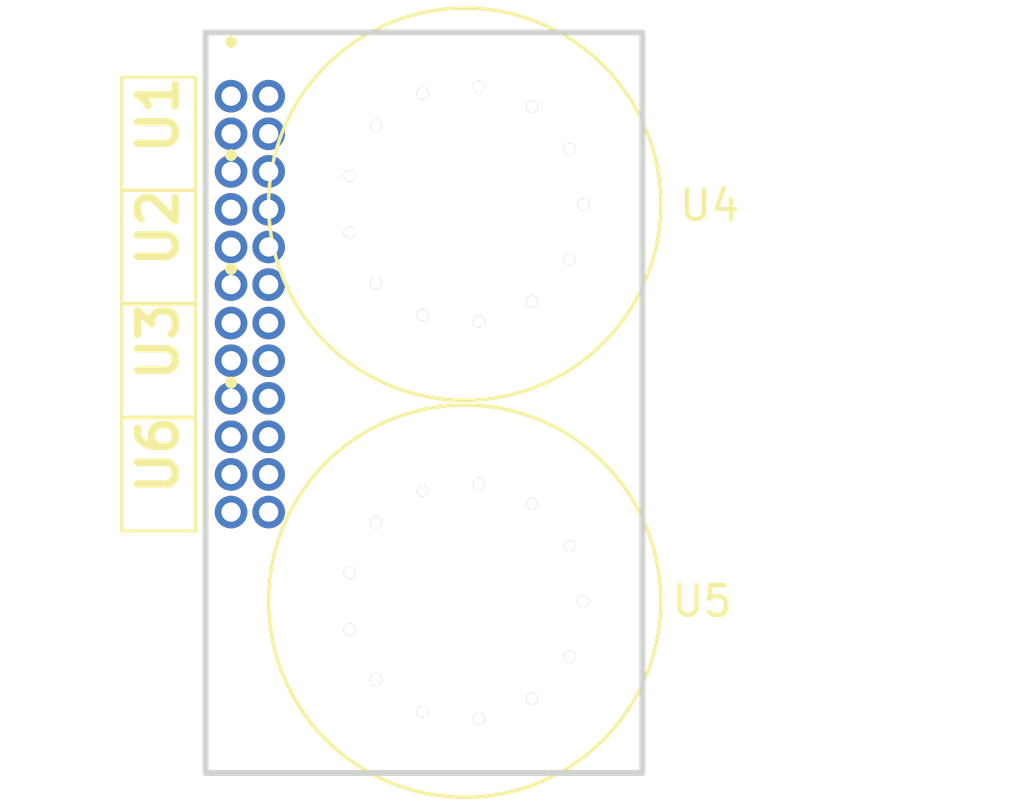
<source format=kicad_pcb>
(kicad_pcb (version 20211014) (generator pcbnew)
  (layers (0 "F.Cu" signal) (31 "B.Cu" signal) (34 "B.Paste" user) (35 "F.Paste" user) (36 "B.SilkS" user "B.Silkscreen") (37 "F.SilkS" user "F.Silkscreen") (38 "B.Mask" user) (39 "F.Mask" user) (44 "Edge.Cuts" user))
  (net 0 "")
  (net 31 "Net-(U4-Pad4)")
  (net 32 "Net-(U4-Pad6)")
  (net 33 "Net-(U4-Pad3)")
  (net 34 "Net-(U4-Pad7)")
  (net 35 "Net-(U4-Pad2)")
  (net 36 "Net-(U4-Pad8)")
  (net 37 "Net-(U5-Pad1)")
  (footprint "NixieLink_Kicad_Library:2002111200006T4LF" (layer "F.Cu") (at 123.29 78.93 -90)
    (fp_text reference "U6" (at 0.622 2.465 90) (layer "F.SilkS") (effects (font (size 1.27 1.27) (thickness 0.254))))
    (fp_text value "20021112-00006T4LF" hide)
    (fp_line (start -1.73 0) (end -1.73 0) (layer "F.SilkS") (width 0.2))
    (fp_line (start -1.93 0) (end -1.93 0) (layer "F.SilkS") (width 0.2))
    (fp_line (start -0.635 3.7) (end -0.635 1.2) (layer "F.SilkS") (width 0.1))
    (fp_line (start 3.175 1.2) (end 3.175 3.7) (layer "F.SilkS") (width 0.1))
    (fp_line (start -0.635 1.2) (end 3.175 1.2) (layer "F.SilkS") (width 0.1))
    (fp_line (start 3.175 3.7) (end -0.635 3.7) (layer "F.SilkS") (width 0.1))
    (fp_arc (start -1.73 0) (mid -1.83 0.1) (end -1.93 0) (layer "F.SilkS") (width 0.2))
    (fp_arc (start -1.93 0) (mid -1.83 -0.1) (end -1.73 0) (layer "F.SilkS") (width 0.2))
    (pad "1" thru_hole circle (at 0 0 270) (size 1.1 1.1) (drill 0.65) (layers *.Cu *.Mask))
    (pad "2" thru_hole circle (at 0 -1.27 270) (size 1.1 1.1) (drill 0.65) (layers *.Cu *.Mask))
    (pad "3" thru_hole circle (at 1.27 0 270) (size 1.1 1.1) (drill 0.65) (layers *.Cu *.Mask))
    (pad "4" thru_hole circle (at 1.27 -1.27 270) (size 1.1 1.1) (drill 0.65) (layers *.Cu *.Mask))
    (pad "5" thru_hole circle (at 2.54 0 270) (size 1.1 1.1) (drill 0.65) (layers *.Cu *.Mask))
    (pad "6" thru_hole circle (at 2.54 -1.27 270) (size 1.1 1.1) (drill 0.65) (layers *.Cu *.Mask))
  )
  (footprint "NixieLink_Kicad_Library:2002111200006T4LF" (layer "F.Cu") (at 123.29 67.43 -90)
    (fp_text reference "U1" (at 0.622 2.465 90) (layer "F.SilkS") (effects (font (size 1.27 1.27) (thickness 0.254))))
    (fp_text value "20021112-00006T4LF" hide)
    (fp_line (start -1.93 0) (end -1.93 0) (layer "F.SilkS") (width 0.2))
    (fp_line (start 3.175 1.2) (end 3.175 3.7) (layer "F.SilkS") (width 0.1))
    (fp_line (start -0.635 3.7) (end -0.635 1.2) (layer "F.SilkS") (width 0.1))
    (fp_line (start -0.635 1.2) (end 3.175 1.2) (layer "F.SilkS") (width 0.1))
    (fp_line (start -1.73 0) (end -1.73 0) (layer "F.SilkS") (width 0.2))
    (fp_line (start 3.175 3.7) (end -0.635 3.7) (layer "F.SilkS") (width 0.1))
    (fp_arc (start -1.73 0) (mid -1.83 0.1) (end -1.93 0) (layer "F.SilkS") (width 0.2))
    (fp_arc (start -1.93 0) (mid -1.83 -0.1) (end -1.73 0) (layer "F.SilkS") (width 0.2))
    (pad "1" thru_hole circle (at 0 0 270) (size 1.1 1.1) (drill 0.65) (layers *.Cu *.Mask) (net 36 "Net-(U4-Pad8)"))
    (pad "2" thru_hole circle (at 0 -1.27 270) (size 1.1 1.1) (drill 0.65) (layers *.Cu *.Mask) (net 35 "Net-(U4-Pad2)"))
    (pad "3" thru_hole circle (at 1.27 0 270) (size 1.1 1.1) (drill 0.65) (layers *.Cu *.Mask) (net 34 "Net-(U4-Pad7)"))
    (pad "4" thru_hole circle (at 1.27 -1.27 270) (size 1.1 1.1) (drill 0.65) (layers *.Cu *.Mask) (net 33 "Net-(U4-Pad3)"))
    (pad "5" thru_hole circle (at 2.54 0 270) (size 1.1 1.1) (drill 0.65) (layers *.Cu *.Mask) (net 32 "Net-(U4-Pad6)"))
    (pad "6" thru_hole circle (at 2.54 -1.27 270) (size 1.1 1.1) (drill 0.65) (layers *.Cu *.Mask) (net 31 "Net-(U4-Pad4)"))
  )
  (footprint "NixieLink_Kicad_Library:IN-16" (layer "F.Cu") (at 131.178 84.478 -90)
    (fp_text reference "U5" (at 0 -8.014 180) (layer "F.SilkS"))
    (fp_text value "IN-16-Correct")
    (fp_circle (center 0 0) (end 0 6.62) (layer "F.SilkS") (width 0.12) (fill none))
    (pad "1" thru_hole oval (at 0 -4 270) (size 0.4 0.4) (drill 0.8) (layers *.Cu *.Mask) (net 37 "Net-(U5-Pad1)"))
    (pad "2" thru_hole oval (at -1.858892 -3.541824 270) (size 0.4 0.4) (drill 0.8) (layers *.Cu *.Mask))
    (pad "3" thru_hole oval (at -3.291935 -2.272258 270) (size 0.4 0.4) (drill 0.8) (layers *.Cu *.Mask))
    (pad "4" thru_hole oval (at -3.970835 -0.482146 270) (size 0.4 0.4) (drill 0.8) (layers *.Cu *.Mask))
    (pad "5" thru_hole oval (at -3.740064 1.418419 270) (size 0.4 0.4) (drill 0.8) (layers *.Cu *.Mask))
    (pad "6" thru_hole oval (at -2.65249 2.994042 270) (size 0.4 0.4) (drill 0.8) (layers *.Cu *.Mask))
    (pad "7" thru_hole oval (at -0.957262 3.883767 270) (size 0.4 0.4) (drill 0.8) (layers *.Cu *.Mask))
    (pad "8" thru_hole oval (at 0.957262 3.883767 270) (size 0.4 0.4) (drill 0.8) (layers *.Cu *.Mask))
    (pad "9" thru_hole oval (at 2.65249 2.994042 270) (size 0.4 0.4) (drill 0.8) (layers *.Cu *.Mask))
    (pad "10" thru_hole oval (at 3.740064 1.418419 270) (size 0.4 0.4) (drill 0.8) (layers *.Cu *.Mask))
    (pad "11" thru_hole oval (at 3.970835 -0.482146 270) (size 0.4 0.4) (drill 0.8) (layers *.Cu *.Mask))
    (pad "12" thru_hole oval (at 3.291935 -2.272258 270) (size 0.4 0.4) (drill 0.8) (layers *.Cu *.Mask))
    (pad "13" thru_hole oval (at 1.858892 -3.541824 270) (size 0.4 0.4) (drill 0.8) (layers *.Cu *.Mask))
  )
  (footprint "NixieLink_Kicad_Library:IN-16" (layer "F.Cu") (at 131.178 71.078 -90)
    (fp_text reference "U4" (at 0.042 -8.268) (layer "F.SilkS"))
    (fp_text value "IN-16-Correct")
    (fp_circle (center 0 0) (end 0 6.62) (layer "F.SilkS") (width 0.12) (fill none))
    (pad "1" thru_hole oval (at 0 -4 270) (size 0.4 0.4) (drill 0.8) (layers *.Cu *.Mask) (net 37 "Net-(U5-Pad1)"))
    (pad "2" thru_hole oval (at -1.858892 -3.541824 270) (size 0.4 0.4) (drill 0.8) (layers *.Cu *.Mask) (net 35 "Net-(U4-Pad2)"))
    (pad "3" thru_hole oval (at -3.291935 -2.272258 270) (size 0.4 0.4) (drill 0.8) (layers *.Cu *.Mask) (net 33 "Net-(U4-Pad3)"))
    (pad "4" thru_hole oval (at -3.970835 -0.482146 270) (size 0.4 0.4) (drill 0.8) (layers *.Cu *.Mask) (net 31 "Net-(U4-Pad4)"))
    (pad "5" thru_hole oval (at -3.740064 1.418419 270) (size 0.4 0.4) (drill 0.8) (layers *.Cu *.Mask))
    (pad "6" thru_hole oval (at -2.65249 2.994042 270) (size 0.4 0.4) (drill 0.8) (layers *.Cu *.Mask) (net 32 "Net-(U4-Pad6)"))
    (pad "7" thru_hole oval (at -0.957262 3.883767 270) (size 0.4 0.4) (drill 0.8) (layers *.Cu *.Mask) (net 34 "Net-(U4-Pad7)"))
    (pad "8" thru_hole oval (at 0.957262 3.883767 270) (size 0.4 0.4) (drill 0.8) (layers *.Cu *.Mask) (net 36 "Net-(U4-Pad8)"))
    (pad "9" thru_hole oval (at 2.65249 2.994042 270) (size 0.4 0.4) (drill 0.8) (layers *.Cu *.Mask))
    (pad "10" thru_hole oval (at 3.740064 1.418419 270) (size 0.4 0.4) (drill 0.8) (layers *.Cu *.Mask))
    (pad "11" thru_hole oval (at 3.970835 -0.482146 270) (size 0.4 0.4) (drill 0.8) (layers *.Cu *.Mask))
    (pad "12" thru_hole oval (at 3.291935 -2.272258 270) (size 0.4 0.4) (drill 0.8) (layers *.Cu *.Mask))
    (pad "13" thru_hole oval (at 1.858892 -3.541824 270) (size 0.4 0.4) (drill 0.8) (layers *.Cu *.Mask))
  )
  (footprint "NixieLink_Kicad_Library:2002111200006T4LF" (layer "F.Cu") (at 123.29 75.09 -90)
    (fp_text reference "U3" (at 0.622 2.465 90) (layer "F.SilkS") (effects (font (size 1.27 1.27) (thickness 0.254))))
    (fp_text value "20021112-00006T4LF" hide)
    (fp_line (start -1.73 0) (end -1.73 0) (layer "F.SilkS") (width 0.2))
    (fp_line (start 3.175 3.7) (end -0.635 3.7) (layer "F.SilkS") (width 0.1))
    (fp_line (start -1.93 0) (end -1.93 0) (layer "F.SilkS") (width 0.2))
    (fp_line (start -0.635 1.2) (end 3.175 1.2) (layer "F.SilkS") (width 0.1))
    (fp_line (start -0.635 3.7) (end -0.635 1.2) (layer "F.SilkS") (width 0.1))
    (fp_line (start 3.175 1.2) (end 3.175 3.7) (layer "F.SilkS") (width 0.1))
    (fp_arc (start -1.93 0) (mid -1.83 -0.1) (end -1.73 0) (layer "F.SilkS") (width 0.2))
    (fp_arc (start -1.73 0) (mid -1.83 0.1) (end -1.93 0) (layer "F.SilkS") (width 0.2))
    (pad "1" thru_hole circle (at 0 0 270) (size 1.1 1.1) (drill 0.65) (layers *.Cu *.Mask))
    (pad "2" thru_hole circle (at 0 -1.27 270) (size 1.1 1.1) (drill 0.65) (layers *.Cu *.Mask))
    (pad "3" thru_hole circle (at 1.27 0 270) (size 1.1 1.1) (drill 0.65) (layers *.Cu *.Mask))
    (pad "4" thru_hole circle (at 1.27 -1.27 270) (size 1.1 1.1) (drill 0.65) (layers *.Cu *.Mask))
    (pad "5" thru_hole circle (at 2.54 0 270) (size 1.1 1.1) (drill 0.65) (layers *.Cu *.Mask))
    (pad "6" thru_hole circle (at 2.54 -1.27 270) (size 1.1 1.1) (drill 0.65) (layers *.Cu *.Mask))
  )
  (footprint "NixieLink_Kicad_Library:2002111200006T4LF" (layer "F.Cu") (at 123.29 71.25 -90)
    (fp_text reference "U2" (at 0.622 2.465 90) (layer "F.SilkS") (effects (font (size 1.27 1.27) (thickness 0.254))))
    (fp_text value "20021112-00006T4LF" hide)
    (fp_line (start -0.635 3.7) (end -0.635 1.2) (layer "F.SilkS") (width 0.1))
    (fp_line (start -1.93 0) (end -1.93 0) (layer "F.SilkS") (width 0.2))
    (fp_line (start -0.635 1.2) (end 3.175 1.2) (layer "F.SilkS") (width 0.1))
    (fp_line (start 3.175 3.7) (end -0.635 3.7) (layer "F.SilkS") (width 0.1))
    (fp_line (start -1.73 0) (end -1.73 0) (layer "F.SilkS") (width 0.2))
    (fp_line (start 3.175 1.2) (end 3.175 3.7) (layer "F.SilkS") (width 0.1))
    (fp_arc (start -1.73 0) (mid -1.83 0.1) (end -1.93 0) (layer "F.SilkS") (width 0.2))
    (fp_arc (start -1.93 0) (mid -1.83 -0.1) (end -1.73 0) (layer "F.SilkS") (width 0.2))
    (pad "1" thru_hole circle (at 0 0 270) (size 1.1 1.1) (drill 0.65) (layers *.Cu *.Mask))
    (pad "2" thru_hole circle (at 0 -1.27 270) (size 1.1 1.1) (drill 0.65) (layers *.Cu *.Mask))
    (pad "3" thru_hole circle (at 1.27 0 270) (size 1.1 1.1) (drill 0.65) (layers *.Cu *.Mask))
    (pad "4" thru_hole circle (at 1.27 -1.27 270) (size 1.1 1.1) (drill 0.65) (layers *.Cu *.Mask))
    (pad "5" thru_hole circle (at 2.54 0 270) (size 1.1 1.1) (drill 0.65) (layers *.Cu *.Mask))
    (pad "6" thru_hole circle (at 2.54 -1.27 270) (size 1.1 1.1) (drill 0.65) (layers *.Cu *.Mask))
  )
  (gr_rect (start 122.428 65.278) (end 137.178 90.278) (layer "Edge.Cuts") (width 0.2) (fill none))
)
</source>
